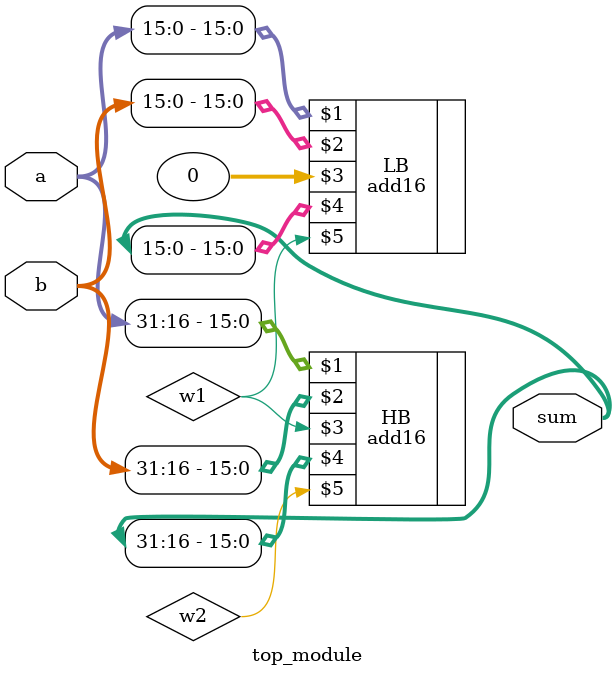
<source format=v>
module top_module(input [31:0] a, b, output [31:0] sum);
    wire w1, w2;
    add16 LB(a[15:0], b[15:0], 0, sum[15:0], w1), HB(a[31:16], b[31:16], w1, sum[31:16], w2);
endmodule

</source>
